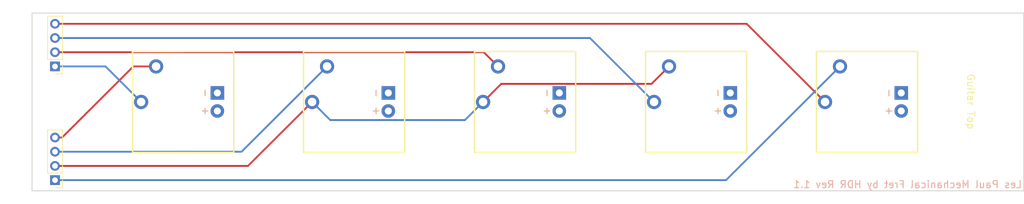
<source format=kicad_pcb>
(kicad_pcb (version 20171130) (host pcbnew "(5.1.2)-2")

  (general
    (thickness 1.6)
    (drawings 28)
    (tracks 23)
    (zones 0)
    (modules 9)
    (nets 9)
  )

  (page A4)
  (layers
    (0 F.Cu signal)
    (31 B.Cu signal)
    (32 B.Adhes user)
    (33 F.Adhes user)
    (34 B.Paste user)
    (35 F.Paste user)
    (36 B.SilkS user)
    (37 F.SilkS user)
    (38 B.Mask user)
    (39 F.Mask user)
    (40 Dwgs.User user)
    (41 Cmts.User user)
    (42 Eco1.User user)
    (43 Eco2.User user)
    (44 Edge.Cuts user)
    (45 Margin user)
    (46 B.CrtYd user)
    (47 F.CrtYd user)
    (48 B.Fab user)
    (49 F.Fab user)
  )

  (setup
    (last_trace_width 0.25)
    (trace_clearance 0.2)
    (zone_clearance 0.508)
    (zone_45_only no)
    (trace_min 0.2)
    (via_size 0.8)
    (via_drill 0.4)
    (via_min_size 0.4)
    (via_min_drill 0.3)
    (uvia_size 0.3)
    (uvia_drill 0.1)
    (uvias_allowed no)
    (uvia_min_size 0.2)
    (uvia_min_drill 0.1)
    (edge_width 0.05)
    (segment_width 0.2)
    (pcb_text_width 0.3)
    (pcb_text_size 1.5 1.5)
    (mod_edge_width 0.12)
    (mod_text_size 1 1)
    (mod_text_width 0.15)
    (pad_size 4.3 4.3)
    (pad_drill 4.3)
    (pad_to_mask_clearance 0.051)
    (solder_mask_min_width 0.25)
    (aux_axis_origin 0 0)
    (visible_elements 7FFFFFFF)
    (pcbplotparams
      (layerselection 0x010fc_ffffffff)
      (usegerberextensions false)
      (usegerberattributes false)
      (usegerberadvancedattributes false)
      (creategerberjobfile false)
      (excludeedgelayer true)
      (linewidth 0.100000)
      (plotframeref false)
      (viasonmask false)
      (mode 1)
      (useauxorigin false)
      (hpglpennumber 1)
      (hpglpenspeed 20)
      (hpglpendiameter 15.000000)
      (psnegative false)
      (psa4output false)
      (plotreference true)
      (plotvalue true)
      (plotinvisibletext false)
      (padsonsilk false)
      (subtractmaskfromsilk false)
      (outputformat 1)
      (mirror false)
      (drillshape 0)
      (scaleselection 1)
      (outputdirectory "D:/OneDrive/Dokumenter/GitHub/LesPaul_MechanicalFret/"))
  )

  (net 0 "")
  (net 1 "Net-(J1-Pad4)")
  (net 2 "Net-(J1-Pad3)")
  (net 3 "Net-(J1-Pad2)")
  (net 4 "Net-(J1-Pad1)")
  (net 5 "Net-(J2-Pad1)")
  (net 6 "Net-(J2-Pad2)")
  (net 7 "Net-(J2-Pad3)")
  (net 8 "Net-(J2-Pad4)")

  (net_class Default "This is the default net class."
    (clearance 0.2)
    (trace_width 0.25)
    (via_dia 0.8)
    (via_drill 0.4)
    (uvia_dia 0.3)
    (uvia_drill 0.1)
    (add_net "Net-(J1-Pad1)")
    (add_net "Net-(J1-Pad2)")
    (add_net "Net-(J1-Pad3)")
    (add_net "Net-(J1-Pad4)")
    (add_net "Net-(J2-Pad1)")
    (add_net "Net-(J2-Pad2)")
    (add_net "Net-(J2-Pad3)")
    (add_net "Net-(J2-Pad4)")
  )

  (module Custom:MountingHole_4.3mm_M4_lespaul (layer F.Cu) (tedit 5D9E1459) (tstamp 5D9E6C60)
    (at 205.812 88.6121)
    (descr "Mounting Hole 4.3mm, no annular, M4")
    (tags "mounting hole 4.3mm no annular m4")
    (attr virtual)
    (fp_text reference mnt1 (at 0 -5.3) (layer F.SilkS) hide
      (effects (font (size 1 1) (thickness 0.15)))
    )
    (fp_text value MountingHole_4.3mm_M4_lespaul (at 0 5.3) (layer F.Fab) hide
      (effects (font (size 1 1) (thickness 0.15)))
    )
    (fp_text user %R (at 0.3 0) (layer F.Fab) hide
      (effects (font (size 1 1) (thickness 0.15)))
    )
    (pad "" np_thru_hole circle (at 1.34138 0) (size 4.3 4.3) (drill 4.3) (layers *.Cu *.Mask))
  )

  (module Custom:MountingHole_4.3mm_M4_lespaul (layer F.Cu) (tedit 5D9E141B) (tstamp 5D9E6B0F)
    (at 67.1085 86.4616)
    (descr "Mounting Hole 4.3mm, no annular, M4")
    (tags "mounting hole 4.3mm no annular m4")
    (attr virtual)
    (fp_text reference mnt2 (at 0 -5.3) (layer F.SilkS) hide
      (effects (font (size 1 1) (thickness 0.15)))
    )
    (fp_text value MountingHole_4.3mm_M4_lespaul (at 0 5.3) (layer F.Fab) hide
      (effects (font (size 1 1) (thickness 0.15)))
    )
    (fp_text user %R (at 0.3 0) (layer F.Fab) hide
      (effects (font (size 1 1) (thickness 0.15)))
    )
    (pad "" np_thru_hole circle (at 6.65026 2.14884) (size 4.3 4.3) (drill 4.3) (layers *.Cu *.Mask))
  )

  (module Custom:Kailh-PG1350-1.5u (layer F.Cu) (tedit 5D22B446) (tstamp 5D9E7759)
    (at 188.154 88.6377 270)
    (path /5D9E2073)
    (fp_text reference SW1 (at 0 -7.14375 270) (layer Dwgs.User)
      (effects (font (size 1 1) (thickness 0.2)))
    )
    (fp_text value "Green(A)" (at 0 -5.08 270) (layer F.SilkS) hide
      (effects (font (size 1 1) (thickness 0.2)))
    )
    (fp_line (start -14.2875 9.525) (end 14.2875 9.525) (layer Eco1.User) (width 0.12))
    (fp_line (start -14.2875 -9.525) (end 14.2875 -9.525) (layer Eco1.User) (width 0.12))
    (fp_line (start -14.2875 -9.525) (end -14.2875 9.525) (layer Eco1.User) (width 0.12))
    (fp_line (start 14.2875 -9.525) (end 14.2875 9.525) (layer Eco1.User) (width 0.12))
    (fp_line (start 7.5 -7.5) (end 7.5 7.5) (layer Eco2.User) (width 0.1524))
    (fp_line (start -7.5 -7.5) (end 7.5 -7.5) (layer Eco2.User) (width 0.1524))
    (fp_line (start -7.5 7.5) (end -7.5 -7.5) (layer Eco2.User) (width 0.1524))
    (fp_line (start 7.5 7.5) (end -7.5 7.5) (layer Eco2.User) (width 0.1524))
    (fp_line (start 9 -8.5) (end 9 8.5) (layer Dwgs.User) (width 0.1524))
    (fp_line (start -9 -8.5) (end 9 -8.5) (layer Dwgs.User) (width 0.1524))
    (fp_line (start -9 8.5) (end -9 -8.5) (layer Dwgs.User) (width 0.1524))
    (fp_line (start 9 8.5) (end -9 8.5) (layer Dwgs.User) (width 0.1524))
    (fp_line (start 6.9 -6.9) (end 6.9 6.9) (layer Cmts.User) (width 0.1524))
    (fp_line (start -6.9 -6.9) (end 6.9 -6.9) (layer Cmts.User) (width 0.1524))
    (fp_line (start -6.9 6.9) (end -6.9 -6.9) (layer Cmts.User) (width 0.1524))
    (fp_line (start 6.9 6.9) (end -6.9 6.9) (layer Cmts.User) (width 0.1524))
    (fp_text user + (at 1.27 -3 270) (layer F.SilkS)
      (effects (font (size 1 1) (thickness 0.15)))
    )
    (fp_text user - (at -1.26 -3 270) (layer F.SilkS)
      (effects (font (size 1 1) (thickness 0.15)))
    )
    (fp_text user + (at 1.27 -3 270) (layer B.SilkS)
      (effects (font (size 1 1) (thickness 0.15)) (justify mirror))
    )
    (fp_text user - (at -1.26 -3 270) (layer B.SilkS)
      (effects (font (size 1 1) (thickness 0.15)) (justify mirror))
    )
    (pad "" np_thru_hole circle (at 5.5 0 90) (size 1.7 1.7) (drill 1.7) (layers *.Cu *.Mask))
    (pad "" np_thru_hole circle (at -5.5 0 90) (size 1.7 1.7) (drill 1.7) (layers *.Cu *.Mask))
    (pad 2 thru_hole circle (at -5 3.8 311.9) (size 2 2) (drill 1.2) (layers *.Cu *.Mask)
      (net 4 "Net-(J1-Pad1)"))
    (pad 1 thru_hole circle (at 0 5.9 90) (size 2 2) (drill 1.2) (layers *.Cu *.Mask)
      (net 8 "Net-(J2-Pad4)"))
    (pad 3 thru_hole circle (at 1.27 -4.8 90) (size 1.905 1.905) (drill 0.9906) (layers *.Cu *.Mask))
    (pad 4 thru_hole rect (at -1.27 -4.8 90) (size 1.905 1.905) (drill 0.9906) (layers *.Cu *.Mask))
    (pad "" np_thru_hole circle (at 0 0 90) (size 3.4 3.4) (drill 3.4) (layers *.Cu *.Mask))
    (pad "" np_thru_hole circle (at 5.22 -4.2 90) (size 1.2 1.2) (drill 1.2) (layers *.Cu *.Mask))
    (model /Users/danny/Documents/proj/custom-keyboard/kicad-libs/3d_models/mx-switch.wrl
      (offset (xyz 7.4675998878479 7.4675998878479 5.943599910736085))
      (scale (xyz 0.4 0.4 0.4))
      (rotate (xyz 270 0 180))
    )
    (model /Users/danny/Documents/proj/custom-keyboard/kicad-libs/3d_models/SA-R3-1u.wrl
      (offset (xyz 0 0 11.93799982070923))
      (scale (xyz 0.394 0.394 0.394))
      (rotate (xyz 270 0 0))
    )
  )

  (module Custom:Kailh-PG1350-1.5u (layer F.Cu) (tedit 5D22B446) (tstamp 5D9E7779)
    (at 164.154 88.6377 270)
    (path /5D9E3B97)
    (fp_text reference SW2 (at 0 -7.14375 270) (layer Dwgs.User)
      (effects (font (size 1 1) (thickness 0.2)))
    )
    (fp_text value "Red(B)" (at 0 -5.08 270) (layer F.SilkS) hide
      (effects (font (size 1 1) (thickness 0.2)))
    )
    (fp_text user - (at -1.26 -3 270) (layer B.SilkS)
      (effects (font (size 1 1) (thickness 0.15)) (justify mirror))
    )
    (fp_text user + (at 1.27 -3 270) (layer B.SilkS)
      (effects (font (size 1 1) (thickness 0.15)) (justify mirror))
    )
    (fp_text user - (at -1.26 -3 270) (layer F.SilkS)
      (effects (font (size 1 1) (thickness 0.15)))
    )
    (fp_text user + (at 1.27 -3 270) (layer F.SilkS)
      (effects (font (size 1 1) (thickness 0.15)))
    )
    (fp_line (start 6.9 6.9) (end -6.9 6.9) (layer Cmts.User) (width 0.1524))
    (fp_line (start -6.9 6.9) (end -6.9 -6.9) (layer Cmts.User) (width 0.1524))
    (fp_line (start -6.9 -6.9) (end 6.9 -6.9) (layer Cmts.User) (width 0.1524))
    (fp_line (start 6.9 -6.9) (end 6.9 6.9) (layer Cmts.User) (width 0.1524))
    (fp_line (start 9 8.5) (end -9 8.5) (layer Dwgs.User) (width 0.1524))
    (fp_line (start -9 8.5) (end -9 -8.5) (layer Dwgs.User) (width 0.1524))
    (fp_line (start -9 -8.5) (end 9 -8.5) (layer Dwgs.User) (width 0.1524))
    (fp_line (start 9 -8.5) (end 9 8.5) (layer Dwgs.User) (width 0.1524))
    (fp_line (start 7.5 7.5) (end -7.5 7.5) (layer Eco2.User) (width 0.1524))
    (fp_line (start -7.5 7.5) (end -7.5 -7.5) (layer Eco2.User) (width 0.1524))
    (fp_line (start -7.5 -7.5) (end 7.5 -7.5) (layer Eco2.User) (width 0.1524))
    (fp_line (start 7.5 -7.5) (end 7.5 7.5) (layer Eco2.User) (width 0.1524))
    (fp_line (start 14.2875 -9.525) (end 14.2875 9.525) (layer Eco1.User) (width 0.12))
    (fp_line (start -14.2875 -9.525) (end -14.2875 9.525) (layer Eco1.User) (width 0.12))
    (fp_line (start -14.2875 -9.525) (end 14.2875 -9.525) (layer Eco1.User) (width 0.12))
    (fp_line (start -14.2875 9.525) (end 14.2875 9.525) (layer Eco1.User) (width 0.12))
    (pad "" np_thru_hole circle (at 5.22 -4.2 90) (size 1.2 1.2) (drill 1.2) (layers *.Cu *.Mask))
    (pad "" np_thru_hole circle (at 0 0 90) (size 3.4 3.4) (drill 3.4) (layers *.Cu *.Mask))
    (pad 4 thru_hole rect (at -1.27 -4.8 90) (size 1.905 1.905) (drill 0.9906) (layers *.Cu *.Mask))
    (pad 3 thru_hole circle (at 1.27 -4.8 90) (size 1.905 1.905) (drill 0.9906) (layers *.Cu *.Mask))
    (pad 1 thru_hole circle (at 0 5.9 90) (size 2 2) (drill 1.2) (layers *.Cu *.Mask)
      (net 7 "Net-(J2-Pad3)"))
    (pad 2 thru_hole circle (at -5 3.8 311.9) (size 2 2) (drill 1.2) (layers *.Cu *.Mask)
      (net 3 "Net-(J1-Pad2)"))
    (pad "" np_thru_hole circle (at -5.5 0 90) (size 1.7 1.7) (drill 1.7) (layers *.Cu *.Mask))
    (pad "" np_thru_hole circle (at 5.5 0 90) (size 1.7 1.7) (drill 1.7) (layers *.Cu *.Mask))
    (model /Users/danny/Documents/proj/custom-keyboard/kicad-libs/3d_models/mx-switch.wrl
      (offset (xyz 7.4675998878479 7.4675998878479 5.943599910736085))
      (scale (xyz 0.4 0.4 0.4))
      (rotate (xyz 270 0 180))
    )
    (model /Users/danny/Documents/proj/custom-keyboard/kicad-libs/3d_models/SA-R3-1u.wrl
      (offset (xyz 0 0 11.93799982070923))
      (scale (xyz 0.394 0.394 0.394))
      (rotate (xyz 270 0 0))
    )
  )

  (module Custom:Kailh-PG1350-1.5u (layer F.Cu) (tedit 5D22B446) (tstamp 5D9E7799)
    (at 140.154 88.6377 270)
    (path /5D9E3F35)
    (fp_text reference SW3 (at 0 -7.14375 270) (layer Dwgs.User)
      (effects (font (size 1 1) (thickness 0.2)))
    )
    (fp_text value "Yellow(Y)" (at 0 -5.08 270) (layer F.SilkS) hide
      (effects (font (size 1 1) (thickness 0.2)))
    )
    (fp_line (start -14.2875 9.525) (end 14.2875 9.525) (layer Eco1.User) (width 0.12))
    (fp_line (start -14.2875 -9.525) (end 14.2875 -9.525) (layer Eco1.User) (width 0.12))
    (fp_line (start -14.2875 -9.525) (end -14.2875 9.525) (layer Eco1.User) (width 0.12))
    (fp_line (start 14.2875 -9.525) (end 14.2875 9.525) (layer Eco1.User) (width 0.12))
    (fp_line (start 7.5 -7.5) (end 7.5 7.5) (layer Eco2.User) (width 0.1524))
    (fp_line (start -7.5 -7.5) (end 7.5 -7.5) (layer Eco2.User) (width 0.1524))
    (fp_line (start -7.5 7.5) (end -7.5 -7.5) (layer Eco2.User) (width 0.1524))
    (fp_line (start 7.5 7.5) (end -7.5 7.5) (layer Eco2.User) (width 0.1524))
    (fp_line (start 9 -8.5) (end 9 8.5) (layer Dwgs.User) (width 0.1524))
    (fp_line (start -9 -8.5) (end 9 -8.5) (layer Dwgs.User) (width 0.1524))
    (fp_line (start -9 8.5) (end -9 -8.5) (layer Dwgs.User) (width 0.1524))
    (fp_line (start 9 8.5) (end -9 8.5) (layer Dwgs.User) (width 0.1524))
    (fp_line (start 6.9 -6.9) (end 6.9 6.9) (layer Cmts.User) (width 0.1524))
    (fp_line (start -6.9 -6.9) (end 6.9 -6.9) (layer Cmts.User) (width 0.1524))
    (fp_line (start -6.9 6.9) (end -6.9 -6.9) (layer Cmts.User) (width 0.1524))
    (fp_line (start 6.9 6.9) (end -6.9 6.9) (layer Cmts.User) (width 0.1524))
    (fp_text user + (at 1.27 -3 270) (layer F.SilkS)
      (effects (font (size 1 1) (thickness 0.15)))
    )
    (fp_text user - (at -1.26 -3 270) (layer F.SilkS)
      (effects (font (size 1 1) (thickness 0.15)))
    )
    (fp_text user + (at 1.27 -3 270) (layer B.SilkS)
      (effects (font (size 1 1) (thickness 0.15)) (justify mirror))
    )
    (fp_text user - (at -1.26 -3 270) (layer B.SilkS)
      (effects (font (size 1 1) (thickness 0.15)) (justify mirror))
    )
    (pad "" np_thru_hole circle (at 5.5 0 90) (size 1.7 1.7) (drill 1.7) (layers *.Cu *.Mask))
    (pad "" np_thru_hole circle (at -5.5 0 90) (size 1.7 1.7) (drill 1.7) (layers *.Cu *.Mask))
    (pad 2 thru_hole circle (at -5 3.8 311.9) (size 2 2) (drill 1.2) (layers *.Cu *.Mask)
      (net 6 "Net-(J2-Pad2)"))
    (pad 1 thru_hole circle (at 0 5.9 90) (size 2 2) (drill 1.2) (layers *.Cu *.Mask)
      (net 3 "Net-(J1-Pad2)"))
    (pad 3 thru_hole circle (at 1.27 -4.8 90) (size 1.905 1.905) (drill 0.9906) (layers *.Cu *.Mask))
    (pad 4 thru_hole rect (at -1.27 -4.8 90) (size 1.905 1.905) (drill 0.9906) (layers *.Cu *.Mask))
    (pad "" np_thru_hole circle (at 0 0 90) (size 3.4 3.4) (drill 3.4) (layers *.Cu *.Mask))
    (pad "" np_thru_hole circle (at 5.22 -4.2 90) (size 1.2 1.2) (drill 1.2) (layers *.Cu *.Mask))
    (model /Users/danny/Documents/proj/custom-keyboard/kicad-libs/3d_models/mx-switch.wrl
      (offset (xyz 7.4675998878479 7.4675998878479 5.943599910736085))
      (scale (xyz 0.4 0.4 0.4))
      (rotate (xyz 270 0 180))
    )
    (model /Users/danny/Documents/proj/custom-keyboard/kicad-libs/3d_models/SA-R3-1u.wrl
      (offset (xyz 0 0 11.93799982070923))
      (scale (xyz 0.394 0.394 0.394))
      (rotate (xyz 270 0 0))
    )
  )

  (module Custom:Kailh-PG1350-1.5u (layer F.Cu) (tedit 5D22B446) (tstamp 5D9E77B9)
    (at 116.154 88.6377 270)
    (path /5D9E435F)
    (fp_text reference SW4 (at 0 -7.14375 270) (layer Dwgs.User)
      (effects (font (size 1 1) (thickness 0.2)))
    )
    (fp_text value "Blue(X)" (at 0 -5.08 270) (layer F.SilkS) hide
      (effects (font (size 1 1) (thickness 0.2)))
    )
    (fp_text user - (at -1.26 -3 270) (layer B.SilkS)
      (effects (font (size 1 1) (thickness 0.15)) (justify mirror))
    )
    (fp_text user + (at 1.27 -3 270) (layer B.SilkS)
      (effects (font (size 1 1) (thickness 0.15)) (justify mirror))
    )
    (fp_text user - (at -1.26 -3 270) (layer F.SilkS)
      (effects (font (size 1 1) (thickness 0.15)))
    )
    (fp_text user + (at 1.27 -3 270) (layer F.SilkS)
      (effects (font (size 1 1) (thickness 0.15)))
    )
    (fp_line (start 6.9 6.9) (end -6.9 6.9) (layer Cmts.User) (width 0.1524))
    (fp_line (start -6.9 6.9) (end -6.9 -6.9) (layer Cmts.User) (width 0.1524))
    (fp_line (start -6.9 -6.9) (end 6.9 -6.9) (layer Cmts.User) (width 0.1524))
    (fp_line (start 6.9 -6.9) (end 6.9 6.9) (layer Cmts.User) (width 0.1524))
    (fp_line (start 9 8.5) (end -9 8.5) (layer Dwgs.User) (width 0.1524))
    (fp_line (start -9 8.5) (end -9 -8.5) (layer Dwgs.User) (width 0.1524))
    (fp_line (start -9 -8.5) (end 9 -8.5) (layer Dwgs.User) (width 0.1524))
    (fp_line (start 9 -8.5) (end 9 8.5) (layer Dwgs.User) (width 0.1524))
    (fp_line (start 7.5 7.5) (end -7.5 7.5) (layer Eco2.User) (width 0.1524))
    (fp_line (start -7.5 7.5) (end -7.5 -7.5) (layer Eco2.User) (width 0.1524))
    (fp_line (start -7.5 -7.5) (end 7.5 -7.5) (layer Eco2.User) (width 0.1524))
    (fp_line (start 7.5 -7.5) (end 7.5 7.5) (layer Eco2.User) (width 0.1524))
    (fp_line (start 14.2875 -9.525) (end 14.2875 9.525) (layer Eco1.User) (width 0.12))
    (fp_line (start -14.2875 -9.525) (end -14.2875 9.525) (layer Eco1.User) (width 0.12))
    (fp_line (start -14.2875 -9.525) (end 14.2875 -9.525) (layer Eco1.User) (width 0.12))
    (fp_line (start -14.2875 9.525) (end 14.2875 9.525) (layer Eco1.User) (width 0.12))
    (pad "" np_thru_hole circle (at 5.22 -4.2 90) (size 1.2 1.2) (drill 1.2) (layers *.Cu *.Mask))
    (pad "" np_thru_hole circle (at 0 0 90) (size 3.4 3.4) (drill 3.4) (layers *.Cu *.Mask))
    (pad 4 thru_hole rect (at -1.27 -4.8 90) (size 1.905 1.905) (drill 0.9906) (layers *.Cu *.Mask))
    (pad 3 thru_hole circle (at 1.27 -4.8 90) (size 1.905 1.905) (drill 0.9906) (layers *.Cu *.Mask))
    (pad 1 thru_hole circle (at 0 5.9 90) (size 2 2) (drill 1.2) (layers *.Cu *.Mask)
      (net 3 "Net-(J1-Pad2)"))
    (pad 2 thru_hole circle (at -5 3.8 311.9) (size 2 2) (drill 1.2) (layers *.Cu *.Mask)
      (net 2 "Net-(J1-Pad3)"))
    (pad "" np_thru_hole circle (at -5.5 0 90) (size 1.7 1.7) (drill 1.7) (layers *.Cu *.Mask))
    (pad "" np_thru_hole circle (at 5.5 0 90) (size 1.7 1.7) (drill 1.7) (layers *.Cu *.Mask))
    (model /Users/danny/Documents/proj/custom-keyboard/kicad-libs/3d_models/mx-switch.wrl
      (offset (xyz 7.4675998878479 7.4675998878479 5.943599910736085))
      (scale (xyz 0.4 0.4 0.4))
      (rotate (xyz 270 0 180))
    )
    (model /Users/danny/Documents/proj/custom-keyboard/kicad-libs/3d_models/SA-R3-1u.wrl
      (offset (xyz 0 0 11.93799982070923))
      (scale (xyz 0.394 0.394 0.394))
      (rotate (xyz 270 0 0))
    )
  )

  (module Custom:Kailh-PG1350-1.5u (layer F.Cu) (tedit 5D22B446) (tstamp 5D9E77D9)
    (at 92.1544 88.6377 270)
    (path /5D9E4662)
    (fp_text reference SW5 (at 0 -7.14375 270) (layer Dwgs.User)
      (effects (font (size 1 1) (thickness 0.2)))
    )
    (fp_text value "Orange(TB)" (at 0 -5.08 270) (layer F.SilkS) hide
      (effects (font (size 1 1) (thickness 0.2)))
    )
    (fp_line (start -14.2875 9.525) (end 14.2875 9.525) (layer Eco1.User) (width 0.12))
    (fp_line (start -14.2875 -9.525) (end 14.2875 -9.525) (layer Eco1.User) (width 0.12))
    (fp_line (start -14.2875 -9.525) (end -14.2875 9.525) (layer Eco1.User) (width 0.12))
    (fp_line (start 14.2875 -9.525) (end 14.2875 9.525) (layer Eco1.User) (width 0.12))
    (fp_line (start 7.5 -7.5) (end 7.5 7.5) (layer Eco2.User) (width 0.1524))
    (fp_line (start -7.5 -7.5) (end 7.5 -7.5) (layer Eco2.User) (width 0.1524))
    (fp_line (start -7.5 7.5) (end -7.5 -7.5) (layer Eco2.User) (width 0.1524))
    (fp_line (start 7.5 7.5) (end -7.5 7.5) (layer Eco2.User) (width 0.1524))
    (fp_line (start 9 -8.5) (end 9 8.5) (layer Dwgs.User) (width 0.1524))
    (fp_line (start -9 -8.5) (end 9 -8.5) (layer Dwgs.User) (width 0.1524))
    (fp_line (start -9 8.5) (end -9 -8.5) (layer Dwgs.User) (width 0.1524))
    (fp_line (start 9 8.5) (end -9 8.5) (layer Dwgs.User) (width 0.1524))
    (fp_line (start 6.9 -6.9) (end 6.9 6.9) (layer Cmts.User) (width 0.1524))
    (fp_line (start -6.9 -6.9) (end 6.9 -6.9) (layer Cmts.User) (width 0.1524))
    (fp_line (start -6.9 6.9) (end -6.9 -6.9) (layer Cmts.User) (width 0.1524))
    (fp_line (start 6.9 6.9) (end -6.9 6.9) (layer Cmts.User) (width 0.1524))
    (fp_text user + (at 1.27 -3 270) (layer F.SilkS)
      (effects (font (size 1 1) (thickness 0.15)))
    )
    (fp_text user - (at -1.26 -3 270) (layer F.SilkS)
      (effects (font (size 1 1) (thickness 0.15)))
    )
    (fp_text user + (at 1.27 -3 270) (layer B.SilkS)
      (effects (font (size 1 1) (thickness 0.15)) (justify mirror))
    )
    (fp_text user - (at -1.26 -3 270) (layer B.SilkS)
      (effects (font (size 1 1) (thickness 0.15)) (justify mirror))
    )
    (pad "" np_thru_hole circle (at 5.5 0 90) (size 1.7 1.7) (drill 1.7) (layers *.Cu *.Mask))
    (pad "" np_thru_hole circle (at -5.5 0 90) (size 1.7 1.7) (drill 1.7) (layers *.Cu *.Mask))
    (pad 2 thru_hole circle (at -5 3.8 311.9) (size 2 2) (drill 1.2) (layers *.Cu *.Mask)
      (net 1 "Net-(J1-Pad4)"))
    (pad 1 thru_hole circle (at 0 5.9 90) (size 2 2) (drill 1.2) (layers *.Cu *.Mask)
      (net 5 "Net-(J2-Pad1)"))
    (pad 3 thru_hole circle (at 1.27 -4.8 90) (size 1.905 1.905) (drill 0.9906) (layers *.Cu *.Mask))
    (pad 4 thru_hole rect (at -1.27 -4.8 90) (size 1.905 1.905) (drill 0.9906) (layers *.Cu *.Mask))
    (pad "" np_thru_hole circle (at 0 0 90) (size 3.4 3.4) (drill 3.4) (layers *.Cu *.Mask))
    (pad "" np_thru_hole circle (at 5.22 -4.2 90) (size 1.2 1.2) (drill 1.2) (layers *.Cu *.Mask))
    (model /Users/danny/Documents/proj/custom-keyboard/kicad-libs/3d_models/mx-switch.wrl
      (offset (xyz 7.4675998878479 7.4675998878479 5.943599910736085))
      (scale (xyz 0.4 0.4 0.4))
      (rotate (xyz 270 0 180))
    )
    (model /Users/danny/Documents/proj/custom-keyboard/kicad-libs/3d_models/SA-R3-1u.wrl
      (offset (xyz 0 0 11.93799982070923))
      (scale (xyz 0.394 0.394 0.394))
      (rotate (xyz 270 0 0))
    )
  )

  (module Connector_PinHeader_2.00mm:PinHeader_1x04_P2.00mm_Vertical (layer F.Cu) (tedit 59FED667) (tstamp 5D9E7B87)
    (at 74.1655 99.6377 180)
    (descr "Through hole straight pin header, 1x04, 2.00mm pitch, single row")
    (tags "Through hole pin header THT 1x04 2.00mm single row")
    (path /5D9E8089)
    (fp_text reference J1 (at 0 -2.06) (layer F.SilkS) hide
      (effects (font (size 1 1) (thickness 0.15)))
    )
    (fp_text value Conn_01x04_Female (at 0 8.06) (layer F.Fab)
      (effects (font (size 1 1) (thickness 0.15)))
    )
    (fp_line (start -0.5 -1) (end 1 -1) (layer F.Fab) (width 0.1))
    (fp_line (start 1 -1) (end 1 7) (layer F.Fab) (width 0.1))
    (fp_line (start 1 7) (end -1 7) (layer F.Fab) (width 0.1))
    (fp_line (start -1 7) (end -1 -0.5) (layer F.Fab) (width 0.1))
    (fp_line (start -1 -0.5) (end -0.5 -1) (layer F.Fab) (width 0.1))
    (fp_line (start -1.06 7.06) (end 1.06 7.06) (layer F.SilkS) (width 0.12))
    (fp_line (start -1.06 1) (end -1.06 7.06) (layer F.SilkS) (width 0.12))
    (fp_line (start 1.06 1) (end 1.06 7.06) (layer F.SilkS) (width 0.12))
    (fp_line (start -1.06 1) (end 1.06 1) (layer F.SilkS) (width 0.12))
    (fp_line (start -1.06 0) (end -1.06 -1.06) (layer F.SilkS) (width 0.12))
    (fp_line (start -1.06 -1.06) (end 0 -1.06) (layer F.SilkS) (width 0.12))
    (fp_line (start -1.5 -1.5) (end -1.5 7.5) (layer F.CrtYd) (width 0.05))
    (fp_line (start -1.5 7.5) (end 1.5 7.5) (layer F.CrtYd) (width 0.05))
    (fp_line (start 1.5 7.5) (end 1.5 -1.5) (layer F.CrtYd) (width 0.05))
    (fp_line (start 1.5 -1.5) (end -1.5 -1.5) (layer F.CrtYd) (width 0.05))
    (fp_text user %R (at 0 3 90) (layer F.Fab)
      (effects (font (size 1 1) (thickness 0.15)))
    )
    (pad 1 thru_hole rect (at 0 0 180) (size 1.35 1.35) (drill 0.8) (layers *.Cu *.Mask)
      (net 4 "Net-(J1-Pad1)"))
    (pad 2 thru_hole oval (at 0 2 180) (size 1.35 1.35) (drill 0.8) (layers *.Cu *.Mask)
      (net 3 "Net-(J1-Pad2)"))
    (pad 3 thru_hole oval (at 0 4 180) (size 1.35 1.35) (drill 0.8) (layers *.Cu *.Mask)
      (net 2 "Net-(J1-Pad3)"))
    (pad 4 thru_hole oval (at 0 6 180) (size 1.35 1.35) (drill 0.8) (layers *.Cu *.Mask)
      (net 1 "Net-(J1-Pad4)"))
    (model ${KISYS3DMOD}/Connector_PinHeader_2.00mm.3dshapes/PinHeader_1x04_P2.00mm_Vertical.wrl
      (at (xyz 0 0 0))
      (scale (xyz 1 1 1))
      (rotate (xyz 0 0 0))
    )
  )

  (module Connector_PinHeader_2.00mm:PinHeader_1x04_P2.00mm_Vertical (layer F.Cu) (tedit 59FED667) (tstamp 5D9E7B9E)
    (at 74.1655 83.6377 180)
    (descr "Through hole straight pin header, 1x04, 2.00mm pitch, single row")
    (tags "Through hole pin header THT 1x04 2.00mm single row")
    (path /5D9EDACE)
    (fp_text reference J2 (at 0 -2.06) (layer F.SilkS) hide
      (effects (font (size 1 1) (thickness 0.15)))
    )
    (fp_text value Conn_01x04_Female (at 0 8.06) (layer F.Fab)
      (effects (font (size 1 1) (thickness 0.15)))
    )
    (fp_line (start -0.5 -1) (end 1 -1) (layer F.Fab) (width 0.1))
    (fp_line (start 1 -1) (end 1 7) (layer F.Fab) (width 0.1))
    (fp_line (start 1 7) (end -1 7) (layer F.Fab) (width 0.1))
    (fp_line (start -1 7) (end -1 -0.5) (layer F.Fab) (width 0.1))
    (fp_line (start -1 -0.5) (end -0.5 -1) (layer F.Fab) (width 0.1))
    (fp_line (start -1.06 7.06) (end 1.06 7.06) (layer F.SilkS) (width 0.12))
    (fp_line (start -1.06 1) (end -1.06 7.06) (layer F.SilkS) (width 0.12))
    (fp_line (start 1.06 1) (end 1.06 7.06) (layer F.SilkS) (width 0.12))
    (fp_line (start -1.06 1) (end 1.06 1) (layer F.SilkS) (width 0.12))
    (fp_line (start -1.06 0) (end -1.06 -1.06) (layer F.SilkS) (width 0.12))
    (fp_line (start -1.06 -1.06) (end 0 -1.06) (layer F.SilkS) (width 0.12))
    (fp_line (start -1.5 -1.5) (end -1.5 7.5) (layer F.CrtYd) (width 0.05))
    (fp_line (start -1.5 7.5) (end 1.5 7.5) (layer F.CrtYd) (width 0.05))
    (fp_line (start 1.5 7.5) (end 1.5 -1.5) (layer F.CrtYd) (width 0.05))
    (fp_line (start 1.5 -1.5) (end -1.5 -1.5) (layer F.CrtYd) (width 0.05))
    (fp_text user %R (at 0 3 90) (layer F.Fab)
      (effects (font (size 1 1) (thickness 0.15)))
    )
    (pad 1 thru_hole rect (at 0 0 180) (size 1.35 1.35) (drill 0.8) (layers *.Cu *.Mask)
      (net 5 "Net-(J2-Pad1)"))
    (pad 2 thru_hole oval (at 0 2 180) (size 1.35 1.35) (drill 0.8) (layers *.Cu *.Mask)
      (net 6 "Net-(J2-Pad2)"))
    (pad 3 thru_hole oval (at 0 4 180) (size 1.35 1.35) (drill 0.8) (layers *.Cu *.Mask)
      (net 7 "Net-(J2-Pad3)"))
    (pad 4 thru_hole oval (at 0 6 180) (size 1.35 1.35) (drill 0.8) (layers *.Cu *.Mask)
      (net 8 "Net-(J2-Pad4)"))
    (model ${KISYS3DMOD}/Connector_PinHeader_2.00mm.3dshapes/PinHeader_1x04_P2.00mm_Vertical.wrl
      (at (xyz 0 0 0))
      (scale (xyz 1 1 1))
      (rotate (xyz 0 0 0))
    )
  )

  (gr_text "Les Paul Mechanical Fret by HDR Rev 1.1" (at 193.83756 100.24872) (layer B.SilkS)
    (effects (font (size 1 1) (thickness 0.15)) (justify mirror))
  )
  (gr_line (start 210.14144 101.137696) (end 210.14144 76.137696) (layer Edge.Cuts) (width 0.12) (tstamp 5D9E8D1A))
  (gr_line (start 70.94766 76.137696) (end 70.94766 101.137696) (layer Edge.Cuts) (width 0.12) (tstamp 5D9E8D19))
  (gr_line (start 70.94766 76.137696) (end 210.14144 76.137696) (layer Edge.Cuts) (width 0.12) (tstamp 5D9E8CCC))
  (gr_line (start 70.94766 101.137696) (end 210.14144 101.137696) (layer Edge.Cuts) (width 0.12) (tstamp 5D9E8C69))
  (gr_line (start 85.05374 88.637696) (end 85.05374 81.537697) (layer F.SilkS) (width 0.2) (tstamp 5D9E80D2))
  (gr_line (start 85.05444 81.53654) (end 92.15444 81.53654) (layer F.SilkS) (width 0.2) (tstamp 5D9E80CD))
  (gr_text "Guitar Top" (at 202.72756 88.57488 270) (layer F.SilkS)
    (effects (font (size 1 1) (thickness 0.15)))
  )
  (gr_line (start 181.05374 81.537697) (end 195.25374 81.537697) (layer F.SilkS) (width 0.2) (tstamp 5D9E6A4C))
  (gr_line (start 181.05374 95.737696) (end 181.05374 81.537697) (layer F.SilkS) (width 0.2) (tstamp 5D9E6A48))
  (gr_line (start 181.05374 95.737696) (end 195.25374 95.737696) (layer F.SilkS) (width 0.2) (tstamp 5D9E6A43))
  (gr_line (start 195.25374 81.537697) (end 195.25374 95.737696) (layer F.SilkS) (width 0.2) (tstamp 5D9E6A41))
  (gr_line (start 157.05374 95.737696) (end 171.25374 95.737696) (layer F.SilkS) (width 0.2) (tstamp 5D9E6A21))
  (gr_line (start 171.25374 81.537697) (end 171.25374 95.737696) (layer F.SilkS) (width 0.2) (tstamp 5D9E6A1F))
  (gr_line (start 157.05374 81.537697) (end 171.25374 81.537697) (layer F.SilkS) (width 0.2) (tstamp 5D9E6A1D))
  (gr_line (start 157.05374 95.737696) (end 157.05374 81.537697) (layer F.SilkS) (width 0.2) (tstamp 5D9E6A1A))
  (gr_line (start 133.05374 95.737696) (end 133.05374 81.537697) (layer F.SilkS) (width 0.2) (tstamp 5D9E69F9))
  (gr_line (start 147.25374 81.537697) (end 147.25374 95.737696) (layer F.SilkS) (width 0.2) (tstamp 5D9E69F8))
  (gr_line (start 133.05374 95.737696) (end 147.25374 95.737696) (layer F.SilkS) (width 0.2) (tstamp 5D9E69F5))
  (gr_line (start 133.05374 81.537697) (end 147.25374 81.537697) (layer F.SilkS) (width 0.2) (tstamp 5D9E69F4))
  (gr_line (start 123.25374 81.537697) (end 123.25374 95.737696) (layer F.SilkS) (width 0.2) (tstamp 5D9E69B8))
  (gr_line (start 109.05374 95.737696) (end 123.25374 95.737696) (layer F.SilkS) (width 0.2) (tstamp 5D9E69B4))
  (gr_line (start 109.05374 95.737696) (end 109.05374 81.537697) (layer F.SilkS) (width 0.2) (tstamp 5D9E69B1))
  (gr_line (start 109.05374 81.537697) (end 123.25374 81.537697) (layer F.SilkS) (width 0.2) (tstamp 5D9E69AE))
  (gr_line (start 99.25374 81.537697) (end 99.25374 95.737696) (layer F.SilkS) (width 0.2))
  (gr_line (start 85.05374 95.737696) (end 99.25374 95.737696) (layer F.SilkS) (width 0.2))
  (gr_line (start 85.05374 95.737696) (end 85.05374 81.537697) (layer F.SilkS) (width 0.2))
  (gr_line (start 85.05374 81.537697) (end 99.25374 81.537697) (layer F.SilkS) (width 0.2))

  (segment (start 74.1655 93.6377) (end 75.1658 93.6377) (width 0.25) (layer F.Cu) (net 1))
  (segment (start 75.1658 93.6377) (end 85.1658 83.6377) (width 0.25) (layer F.Cu) (net 1))
  (segment (start 85.1658 83.6377) (end 88.3544 83.6377) (width 0.25) (layer F.Cu) (net 1))
  (segment (start 74.1655 95.6377) (end 100.354 95.6377) (width 0.25) (layer B.Cu) (net 2))
  (segment (start 100.354 95.6377) (end 112.354 83.6377) (width 0.25) (layer B.Cu) (net 2))
  (segment (start 134.254 88.6377) (end 136.8019 86.0898) (width 0.25) (layer F.Cu) (net 3))
  (segment (start 136.8019 86.0898) (end 157.9019 86.0898) (width 0.25) (layer F.Cu) (net 3))
  (segment (start 157.9019 86.0898) (end 160.354 83.6377) (width 0.25) (layer F.Cu) (net 3))
  (segment (start 110.254 88.6377) (end 112.8019 91.1856) (width 0.25) (layer B.Cu) (net 3))
  (segment (start 112.8019 91.1856) (end 131.7061 91.1856) (width 0.25) (layer B.Cu) (net 3))
  (segment (start 131.7061 91.1856) (end 134.254 88.6377) (width 0.25) (layer B.Cu) (net 3))
  (segment (start 74.1655 97.6377) (end 101.254 97.6377) (width 0.25) (layer F.Cu) (net 3))
  (segment (start 101.254 97.6377) (end 110.254 88.6377) (width 0.25) (layer F.Cu) (net 3))
  (segment (start 74.1655 99.6377) (end 168.354 99.6377) (width 0.25) (layer B.Cu) (net 4))
  (segment (start 168.354 99.6377) (end 184.354 83.6377) (width 0.25) (layer B.Cu) (net 4))
  (segment (start 74.1655 83.6377) (end 81.2544 83.6377) (width 0.25) (layer B.Cu) (net 5))
  (segment (start 81.2544 83.6377) (end 86.2544 88.6377) (width 0.25) (layer B.Cu) (net 5))
  (segment (start 74.1655 81.6377) (end 134.354 81.6377) (width 0.25) (layer F.Cu) (net 6))
  (segment (start 134.354 81.6377) (end 136.354 83.6377) (width 0.25) (layer F.Cu) (net 6))
  (segment (start 74.1655 79.6377) (end 149.254 79.6377) (width 0.25) (layer B.Cu) (net 7))
  (segment (start 149.254 79.6377) (end 158.254 88.6377) (width 0.25) (layer B.Cu) (net 7))
  (segment (start 74.1655 77.6377) (end 171.254 77.6377) (width 0.25) (layer F.Cu) (net 8))
  (segment (start 171.254 77.6377) (end 182.254 88.6377) (width 0.25) (layer F.Cu) (net 8))

)

</source>
